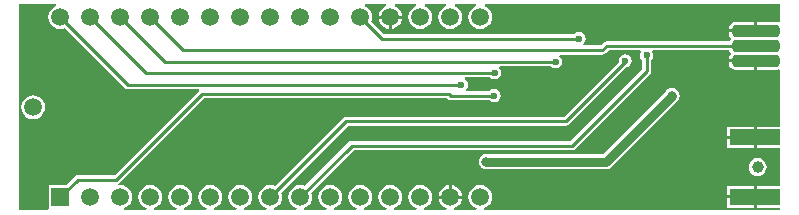
<source format=gbl>
G04*
G04 #@! TF.GenerationSoftware,Altium Limited,Altium Designer,18.1.8 (232)*
G04*
G04 Layer_Physical_Order=2*
G04 Layer_Color=16711680*
%FSLAX25Y25*%
%MOIN*%
G70*
G01*
G75*
%ADD30R,0.16535X0.05315*%
%ADD35C,0.03000*%
%ADD36C,0.01000*%
%ADD38C,0.03937*%
%ADD39C,0.05906*%
%ADD40R,0.05906X0.05906*%
%ADD41C,0.02362*%
%ADD42C,0.03150*%
G04:AMPARAMS|DCode=43|XSize=157.48mil|YSize=39.37mil|CornerRadius=9.84mil|HoleSize=0mil|Usage=FLASHONLY|Rotation=0.000|XOffset=0mil|YOffset=0mil|HoleType=Round|Shape=RoundedRectangle|*
%AMROUNDEDRECTD43*
21,1,0.15748,0.01968,0,0,0.0*
21,1,0.13780,0.03937,0,0,0.0*
1,1,0.01968,0.06890,-0.00984*
1,1,0.01968,-0.06890,-0.00984*
1,1,0.01968,-0.06890,0.00984*
1,1,0.01968,0.06890,0.00984*
%
%ADD43ROUNDEDRECTD43*%
G36*
X254880Y64031D02*
X254380Y63770D01*
X253690Y63907D01*
X247300D01*
Y60900D01*
X246800D01*
Y60400D01*
X237887D01*
Y59916D01*
X238041Y59141D01*
X238480Y58485D01*
Y58315D01*
X238041Y57658D01*
X237996Y57429D01*
X197100D01*
X196515Y57313D01*
X196019Y56981D01*
X195066Y56029D01*
X189328D01*
X189176Y56529D01*
X189472Y56727D01*
X189954Y57449D01*
X190124Y58300D01*
X189954Y59151D01*
X189472Y59873D01*
X188751Y60355D01*
X187900Y60524D01*
X187049Y60355D01*
X186328Y59873D01*
X186299Y59829D01*
X122834D01*
X118659Y64004D01*
X118851Y64468D01*
X118987Y65500D01*
X118851Y66532D01*
X118453Y67493D01*
X117819Y68319D01*
X116993Y68953D01*
X116446Y69180D01*
X116545Y69680D01*
X123455D01*
X123555Y69180D01*
X123007Y68953D01*
X122181Y68319D01*
X121547Y67493D01*
X121149Y66532D01*
X121079Y66000D01*
X128921D01*
X128851Y66532D01*
X128453Y67493D01*
X127819Y68319D01*
X126993Y68953D01*
X126445Y69180D01*
X126545Y69680D01*
X133455D01*
X133554Y69180D01*
X133007Y68953D01*
X132181Y68319D01*
X131547Y67493D01*
X131149Y66532D01*
X131013Y65500D01*
X131149Y64468D01*
X131547Y63507D01*
X132181Y62681D01*
X133007Y62047D01*
X133968Y61649D01*
X135000Y61513D01*
X136032Y61649D01*
X136993Y62047D01*
X137819Y62681D01*
X138453Y63507D01*
X138851Y64468D01*
X138987Y65500D01*
X138851Y66532D01*
X138453Y67493D01*
X137819Y68319D01*
X136993Y68953D01*
X136445Y69180D01*
X136545Y69680D01*
X143455D01*
X143554Y69180D01*
X143007Y68953D01*
X142181Y68319D01*
X141547Y67493D01*
X141149Y66532D01*
X141013Y65500D01*
X141149Y64468D01*
X141547Y63507D01*
X142181Y62681D01*
X143007Y62047D01*
X143968Y61649D01*
X145000Y61513D01*
X146032Y61649D01*
X146993Y62047D01*
X147819Y62681D01*
X148453Y63507D01*
X148851Y64468D01*
X148987Y65500D01*
X148851Y66532D01*
X148453Y67493D01*
X147819Y68319D01*
X146993Y68953D01*
X146446Y69180D01*
X146545Y69680D01*
X153455D01*
X153554Y69180D01*
X153007Y68953D01*
X152181Y68319D01*
X151547Y67493D01*
X151149Y66532D01*
X151013Y65500D01*
X151149Y64468D01*
X151547Y63507D01*
X152181Y62681D01*
X153007Y62047D01*
X153968Y61649D01*
X155000Y61513D01*
X156032Y61649D01*
X156993Y62047D01*
X157819Y62681D01*
X158453Y63507D01*
X158851Y64468D01*
X158987Y65500D01*
X158851Y66532D01*
X158453Y67493D01*
X157819Y68319D01*
X156993Y68953D01*
X156446Y69180D01*
X156545Y69680D01*
X254880D01*
Y64031D01*
D02*
G37*
G36*
X208559Y53871D02*
X208345Y53551D01*
X208176Y52700D01*
X208345Y51849D01*
X208827Y51127D01*
X208871Y51099D01*
Y48134D01*
X184866Y24129D01*
X112100D01*
X111515Y24013D01*
X111019Y23681D01*
X96496Y9159D01*
X96032Y9351D01*
X95000Y9487D01*
X93968Y9351D01*
X93007Y8953D01*
X92181Y8319D01*
X91547Y7493D01*
X91149Y6532D01*
X91013Y5500D01*
X91149Y4468D01*
X91547Y3507D01*
X92181Y2681D01*
X93007Y2047D01*
X93796Y1720D01*
X93696Y1220D01*
X86304D01*
X86204Y1720D01*
X86993Y2047D01*
X87819Y2681D01*
X88453Y3507D01*
X88851Y4468D01*
X88987Y5500D01*
X88851Y6532D01*
X88659Y6996D01*
X110933Y29271D01*
X183500D01*
X184085Y29387D01*
X184581Y29719D01*
X203598Y48735D01*
X204151Y48845D01*
X204872Y49327D01*
X205355Y50049D01*
X205524Y50900D01*
X205355Y51751D01*
X204872Y52473D01*
X204151Y52955D01*
X203300Y53124D01*
X202449Y52955D01*
X201728Y52473D01*
X201245Y51751D01*
X201076Y50900D01*
X201136Y50599D01*
X182867Y32329D01*
X110300D01*
X109715Y32213D01*
X109219Y31881D01*
X86496Y9159D01*
X86032Y9351D01*
X85000Y9487D01*
X83968Y9351D01*
X83007Y8953D01*
X82181Y8319D01*
X81547Y7493D01*
X81149Y6532D01*
X81013Y5500D01*
X81149Y4468D01*
X81547Y3507D01*
X82181Y2681D01*
X83007Y2047D01*
X83796Y1720D01*
X83697Y1220D01*
X76303D01*
X76204Y1720D01*
X76993Y2047D01*
X77819Y2681D01*
X78453Y3507D01*
X78851Y4468D01*
X78987Y5500D01*
X78851Y6532D01*
X78453Y7493D01*
X77819Y8319D01*
X76993Y8953D01*
X76032Y9351D01*
X75000Y9487D01*
X73968Y9351D01*
X73007Y8953D01*
X72181Y8319D01*
X71547Y7493D01*
X71149Y6532D01*
X71013Y5500D01*
X71149Y4468D01*
X71547Y3507D01*
X72181Y2681D01*
X73007Y2047D01*
X73796Y1720D01*
X73697Y1220D01*
X66303D01*
X66204Y1720D01*
X66993Y2047D01*
X67819Y2681D01*
X68453Y3507D01*
X68851Y4468D01*
X68987Y5500D01*
X68851Y6532D01*
X68453Y7493D01*
X67819Y8319D01*
X66993Y8953D01*
X66032Y9351D01*
X65000Y9487D01*
X63968Y9351D01*
X63007Y8953D01*
X62181Y8319D01*
X61547Y7493D01*
X61149Y6532D01*
X61013Y5500D01*
X61149Y4468D01*
X61547Y3507D01*
X62181Y2681D01*
X63007Y2047D01*
X63796Y1720D01*
X63696Y1220D01*
X56304D01*
X56204Y1720D01*
X56993Y2047D01*
X57819Y2681D01*
X58453Y3507D01*
X58851Y4468D01*
X58987Y5500D01*
X58851Y6532D01*
X58453Y7493D01*
X57819Y8319D01*
X56993Y8953D01*
X56032Y9351D01*
X55000Y9487D01*
X53968Y9351D01*
X53007Y8953D01*
X52181Y8319D01*
X51547Y7493D01*
X51149Y6532D01*
X51013Y5500D01*
X51149Y4468D01*
X51547Y3507D01*
X52181Y2681D01*
X53007Y2047D01*
X53796Y1720D01*
X53697Y1220D01*
X46303D01*
X46204Y1720D01*
X46993Y2047D01*
X47819Y2681D01*
X48453Y3507D01*
X48851Y4468D01*
X48987Y5500D01*
X48851Y6532D01*
X48453Y7493D01*
X47819Y8319D01*
X46993Y8953D01*
X46032Y9351D01*
X45000Y9487D01*
X43968Y9351D01*
X43007Y8953D01*
X42181Y8319D01*
X41547Y7493D01*
X41149Y6532D01*
X41013Y5500D01*
X41149Y4468D01*
X41547Y3507D01*
X42181Y2681D01*
X43007Y2047D01*
X43796Y1720D01*
X43696Y1220D01*
X36303D01*
X36204Y1720D01*
X36993Y2047D01*
X37819Y2681D01*
X38453Y3507D01*
X38851Y4468D01*
X38987Y5500D01*
X38851Y6532D01*
X38453Y7493D01*
X37819Y8319D01*
X36993Y8953D01*
X36032Y9351D01*
X35000Y9487D01*
X34400Y9408D01*
X34285Y9887D01*
X34781Y10219D01*
X62933Y38371D01*
X143966D01*
X144119Y38219D01*
X144615Y37887D01*
X145200Y37771D01*
X157999D01*
X158028Y37727D01*
X158749Y37245D01*
X159600Y37076D01*
X160451Y37245D01*
X161172Y37727D01*
X161654Y38449D01*
X161824Y39300D01*
X161654Y40151D01*
X161172Y40872D01*
X160451Y41355D01*
X159600Y41524D01*
X158749Y41355D01*
X158028Y40872D01*
X157999Y40829D01*
X150277D01*
X150126Y41329D01*
X150273Y41427D01*
X150754Y42149D01*
X150924Y43000D01*
X150754Y43851D01*
X150273Y44572D01*
X149826Y44871D01*
X149978Y45371D01*
X158199D01*
X158228Y45327D01*
X158949Y44845D01*
X159800Y44676D01*
X160651Y44845D01*
X161372Y45327D01*
X161855Y46049D01*
X162024Y46900D01*
X161855Y47751D01*
X161372Y48472D01*
X161226Y48571D01*
X161377Y49071D01*
X178499D01*
X178527Y49027D01*
X179249Y48545D01*
X180100Y48376D01*
X180951Y48545D01*
X181673Y49027D01*
X182155Y49749D01*
X182324Y50600D01*
X182155Y51451D01*
X181673Y52172D01*
X181226Y52471D01*
X181378Y52971D01*
X195700D01*
X196285Y53087D01*
X196781Y53419D01*
X197733Y54371D01*
X208292D01*
X208559Y53871D01*
D02*
G37*
G36*
X238041Y54141D02*
X238480Y53485D01*
Y53315D01*
X238041Y52658D01*
X237887Y51884D01*
Y51400D01*
X246800D01*
Y50900D01*
X247300D01*
Y47893D01*
X253690D01*
X254380Y48030D01*
X254880Y47769D01*
Y28998D01*
X247100D01*
Y25341D01*
Y21684D01*
X254880D01*
Y9317D01*
X247113D01*
Y5659D01*
Y2002D01*
X254880D01*
Y1220D01*
X156304D01*
X156204Y1720D01*
X156993Y2047D01*
X157819Y2681D01*
X158453Y3507D01*
X158851Y4468D01*
X158987Y5500D01*
X158851Y6532D01*
X158453Y7493D01*
X157819Y8319D01*
X156993Y8953D01*
X156032Y9351D01*
X155000Y9487D01*
X153968Y9351D01*
X153007Y8953D01*
X152181Y8319D01*
X151547Y7493D01*
X151149Y6532D01*
X151013Y5500D01*
X151149Y4468D01*
X151547Y3507D01*
X152181Y2681D01*
X153007Y2047D01*
X153796Y1720D01*
X153697Y1220D01*
X146303D01*
X146204Y1720D01*
X146993Y2047D01*
X147819Y2681D01*
X148453Y3507D01*
X148851Y4468D01*
X148921Y5000D01*
X141079D01*
X141149Y4468D01*
X141547Y3507D01*
X142181Y2681D01*
X143007Y2047D01*
X143796Y1720D01*
X143696Y1220D01*
X136303D01*
X136204Y1720D01*
X136993Y2047D01*
X137819Y2681D01*
X138453Y3507D01*
X138851Y4468D01*
X138987Y5500D01*
X138851Y6532D01*
X138453Y7493D01*
X137819Y8319D01*
X136993Y8953D01*
X136032Y9351D01*
X135000Y9487D01*
X133968Y9351D01*
X133007Y8953D01*
X132181Y8319D01*
X131547Y7493D01*
X131149Y6532D01*
X131013Y5500D01*
X131149Y4468D01*
X131547Y3507D01*
X132181Y2681D01*
X133007Y2047D01*
X133796Y1720D01*
X133696Y1220D01*
X126304D01*
X126204Y1720D01*
X126993Y2047D01*
X127819Y2681D01*
X128453Y3507D01*
X128851Y4468D01*
X128987Y5500D01*
X128851Y6532D01*
X128453Y7493D01*
X127819Y8319D01*
X126993Y8953D01*
X126032Y9351D01*
X125000Y9487D01*
X123968Y9351D01*
X123007Y8953D01*
X122181Y8319D01*
X121547Y7493D01*
X121149Y6532D01*
X121013Y5500D01*
X121149Y4468D01*
X121547Y3507D01*
X122181Y2681D01*
X123007Y2047D01*
X123796Y1720D01*
X123696Y1220D01*
X116304D01*
X116204Y1720D01*
X116993Y2047D01*
X117819Y2681D01*
X118453Y3507D01*
X118851Y4468D01*
X118987Y5500D01*
X118851Y6532D01*
X118453Y7493D01*
X117819Y8319D01*
X116993Y8953D01*
X116032Y9351D01*
X115000Y9487D01*
X113968Y9351D01*
X113007Y8953D01*
X112181Y8319D01*
X111547Y7493D01*
X111149Y6532D01*
X111013Y5500D01*
X111149Y4468D01*
X111547Y3507D01*
X112181Y2681D01*
X113007Y2047D01*
X113796Y1720D01*
X113697Y1220D01*
X106304D01*
X106204Y1720D01*
X106993Y2047D01*
X107819Y2681D01*
X108453Y3507D01*
X108851Y4468D01*
X108987Y5500D01*
X108851Y6532D01*
X108453Y7493D01*
X107819Y8319D01*
X106993Y8953D01*
X106032Y9351D01*
X105000Y9487D01*
X103968Y9351D01*
X103007Y8953D01*
X102181Y8319D01*
X101547Y7493D01*
X101149Y6532D01*
X101013Y5500D01*
X101149Y4468D01*
X101547Y3507D01*
X102181Y2681D01*
X103007Y2047D01*
X103796Y1720D01*
X103697Y1220D01*
X96303D01*
X96204Y1720D01*
X96993Y2047D01*
X97819Y2681D01*
X98453Y3507D01*
X98851Y4468D01*
X98987Y5500D01*
X98851Y6532D01*
X98659Y6996D01*
X112733Y21071D01*
X185500D01*
X186085Y21187D01*
X186581Y21519D01*
X211481Y46419D01*
X211813Y46915D01*
X211929Y47500D01*
Y51099D01*
X211972Y51127D01*
X212455Y51849D01*
X212624Y52700D01*
X212455Y53551D01*
X212241Y53871D01*
X212508Y54371D01*
X237996D01*
X238041Y54141D01*
D02*
G37*
G36*
X13555Y69180D02*
X13007Y68953D01*
X12181Y68319D01*
X11547Y67493D01*
X11149Y66532D01*
X11013Y65500D01*
X11149Y64468D01*
X11547Y63507D01*
X12181Y62681D01*
X13007Y62047D01*
X13968Y61649D01*
X15000Y61513D01*
X16032Y61649D01*
X16496Y61841D01*
X36419Y41919D01*
X36915Y41587D01*
X37500Y41471D01*
X61051D01*
X61206Y41017D01*
X61208Y40971D01*
X33066Y12829D01*
X20800D01*
X20215Y12713D01*
X19719Y12381D01*
X16790Y9453D01*
X11047D01*
Y1720D01*
X11047Y1547D01*
X10683Y1220D01*
X1220D01*
Y69680D01*
X13455D01*
X13555Y69180D01*
D02*
G37*
%LPC*%
G36*
X128921Y65000D02*
X125500D01*
Y61579D01*
X126032Y61649D01*
X126993Y62047D01*
X127819Y62681D01*
X128453Y63507D01*
X128851Y64468D01*
X128921Y65000D01*
D02*
G37*
G36*
X124500D02*
X121079D01*
X121149Y64468D01*
X121547Y63507D01*
X122181Y62681D01*
X123007Y62047D01*
X123968Y61649D01*
X124500Y61579D01*
Y65000D01*
D02*
G37*
G36*
X246300Y63907D02*
X239910D01*
X239136Y63753D01*
X238480Y63315D01*
X238041Y62659D01*
X237887Y61884D01*
Y61400D01*
X246300D01*
Y63907D01*
D02*
G37*
G36*
Y50400D02*
X237887D01*
Y49916D01*
X238041Y49141D01*
X238480Y48485D01*
X239136Y48047D01*
X239910Y47893D01*
X246300D01*
Y50400D01*
D02*
G37*
G36*
X246100Y28998D02*
X237332D01*
Y25841D01*
X246100D01*
Y28998D01*
D02*
G37*
G36*
Y24841D02*
X237332D01*
Y21684D01*
X246100D01*
Y24841D01*
D02*
G37*
G36*
X218800Y41897D02*
X218128Y41809D01*
X217501Y41549D01*
X216964Y41136D01*
X216740Y40844D01*
X195757Y19862D01*
X157365D01*
X157000Y19910D01*
X156328Y19822D01*
X155701Y19562D01*
X155164Y19150D01*
X154751Y18612D01*
X154491Y17986D01*
X154403Y17313D01*
X154491Y16641D01*
X154751Y16015D01*
X155164Y15477D01*
X155701Y15064D01*
X156328Y14805D01*
X157000Y14716D01*
X157365Y14764D01*
X196813D01*
X197789Y14958D01*
X198616Y15511D01*
X220344Y37240D01*
X220636Y37464D01*
X221049Y38001D01*
X221308Y38628D01*
X221397Y39300D01*
X221308Y39972D01*
X221049Y40598D01*
X220636Y41136D01*
X220098Y41549D01*
X219472Y41809D01*
X218800Y41897D01*
D02*
G37*
G36*
X247400Y18494D02*
X246625Y18392D01*
X245903Y18093D01*
X245283Y17617D01*
X244807Y16997D01*
X244508Y16275D01*
X244406Y15500D01*
X244508Y14725D01*
X244807Y14003D01*
X245283Y13383D01*
X245903Y12907D01*
X246625Y12608D01*
X247400Y12506D01*
X248175Y12608D01*
X248897Y12907D01*
X249517Y13383D01*
X249993Y14003D01*
X250292Y14725D01*
X250394Y15500D01*
X250292Y16275D01*
X249993Y16997D01*
X249517Y17617D01*
X248897Y18093D01*
X248175Y18392D01*
X247400Y18494D01*
D02*
G37*
G36*
X246113Y9317D02*
X237345D01*
Y6159D01*
X246113D01*
Y9317D01*
D02*
G37*
G36*
X145500Y9421D02*
Y6000D01*
X148921D01*
X148851Y6532D01*
X148453Y7493D01*
X147819Y8319D01*
X146993Y8953D01*
X146032Y9351D01*
X145500Y9421D01*
D02*
G37*
G36*
X144500D02*
X143968Y9351D01*
X143007Y8953D01*
X142181Y8319D01*
X141547Y7493D01*
X141149Y6532D01*
X141079Y6000D01*
X144500D01*
Y9421D01*
D02*
G37*
G36*
X246113Y5159D02*
X237345D01*
Y2002D01*
X246113D01*
Y5159D01*
D02*
G37*
G36*
X5905Y39420D02*
X4874Y39284D01*
X3912Y38886D01*
X3086Y38252D01*
X2453Y37426D01*
X2054Y36465D01*
X1919Y35433D01*
X2054Y34401D01*
X2453Y33440D01*
X3086Y32614D01*
X3912Y31980D01*
X4874Y31582D01*
X5905Y31446D01*
X6937Y31582D01*
X7899Y31980D01*
X8725Y32614D01*
X9358Y33440D01*
X9756Y34401D01*
X9892Y35433D01*
X9756Y36465D01*
X9358Y37426D01*
X8725Y38252D01*
X7899Y38886D01*
X6937Y39284D01*
X5905Y39420D01*
D02*
G37*
%LPD*%
D30*
X246613Y5659D02*
D03*
X246600Y25341D02*
D03*
D35*
X196813Y17313D02*
X218800Y39300D01*
X157000Y17313D02*
X196813D01*
D36*
X145200Y39300D02*
X159600D01*
X144600Y39900D02*
X145200Y39300D01*
X62300Y39900D02*
X144600D01*
X33700Y11300D02*
X62300Y39900D01*
X20800Y11300D02*
X33700D01*
X15000Y5500D02*
X20800Y11300D01*
X183500Y30800D02*
X203300Y50600D01*
Y50900D01*
X49900Y50600D02*
X180100D01*
X197100Y55900D02*
X244900D01*
X195700Y54500D02*
X197100Y55900D01*
X56000Y54500D02*
X195700D01*
X110300Y30800D02*
X183500D01*
X37500Y43000D02*
X148700D01*
X35000Y65500D02*
X49900Y50600D01*
X43600Y46900D02*
X159800D01*
X25000Y65500D02*
X43600Y46900D01*
X15000Y65500D02*
X37500Y43000D01*
X45000Y65500D02*
X56000Y54500D01*
X122200Y58300D02*
X187900D01*
X115000Y65500D02*
X122200Y58300D01*
X85000Y5500D02*
X110300Y30800D01*
X210400Y47500D02*
Y52700D01*
X185500Y22600D02*
X210400Y47500D01*
X112100Y22600D02*
X185500D01*
X95000Y5500D02*
X112100Y22600D01*
D38*
X247400Y15500D02*
D03*
D39*
X125000Y5500D02*
D03*
X115000D02*
D03*
X105000D02*
D03*
X95000D02*
D03*
X85000D02*
D03*
X75000D02*
D03*
X65000D02*
D03*
X55000D02*
D03*
X45000D02*
D03*
X35000D02*
D03*
X25000D02*
D03*
X15000Y65500D02*
D03*
X25000D02*
D03*
X35000D02*
D03*
X45000D02*
D03*
X55000D02*
D03*
X65000D02*
D03*
X75000D02*
D03*
X85000D02*
D03*
X95000D02*
D03*
X105000D02*
D03*
X115000D02*
D03*
X125000D02*
D03*
X135000Y5500D02*
D03*
X145000D02*
D03*
X155000D02*
D03*
Y65500D02*
D03*
X145000D02*
D03*
X135000D02*
D03*
X5905Y35433D02*
D03*
D40*
X15000Y5500D02*
D03*
D41*
X159600Y39300D02*
D03*
X203300Y50900D02*
D03*
X180100Y50600D02*
D03*
X187900Y58300D02*
D03*
X148700Y43000D02*
D03*
X159800Y46900D02*
D03*
X210400Y52700D02*
D03*
D42*
X31890Y35433D02*
D03*
X102756D02*
D03*
X7087Y42520D02*
D03*
X70866Y14173D02*
D03*
X17717Y35433D02*
D03*
X212598Y42520D02*
D03*
X131102Y35433D02*
D03*
X116929D02*
D03*
X21260Y42520D02*
D03*
X56693Y14173D02*
D03*
X187795Y49606D02*
D03*
X124016Y35433D02*
D03*
X38976D02*
D03*
X74409Y21260D02*
D03*
X67323Y35433D02*
D03*
X88583D02*
D03*
X24803Y49606D02*
D03*
X17717D02*
D03*
X77953Y14173D02*
D03*
X49606D02*
D03*
X38976Y21260D02*
D03*
X205512Y14173D02*
D03*
X138189Y35433D02*
D03*
X95669D02*
D03*
X184252Y42520D02*
D03*
X74409Y35433D02*
D03*
X28346Y42520D02*
D03*
X60236Y21260D02*
D03*
X14173Y56693D02*
D03*
X109843Y35433D02*
D03*
X212598Y14173D02*
D03*
X198425Y28346D02*
D03*
X14173D02*
D03*
X209055Y21260D02*
D03*
X81496Y35433D02*
D03*
X10630Y49606D02*
D03*
X7087Y56693D02*
D03*
X216142Y21260D02*
D03*
X67323D02*
D03*
X14173Y42520D02*
D03*
X42520Y14173D02*
D03*
X63779D02*
D03*
X212598Y63779D02*
D03*
X205512D02*
D03*
X198425D02*
D03*
X218800Y39300D02*
D03*
X157000Y17313D02*
D03*
D43*
X246800Y60900D02*
D03*
Y50900D02*
D03*
Y55900D02*
D03*
M02*

</source>
